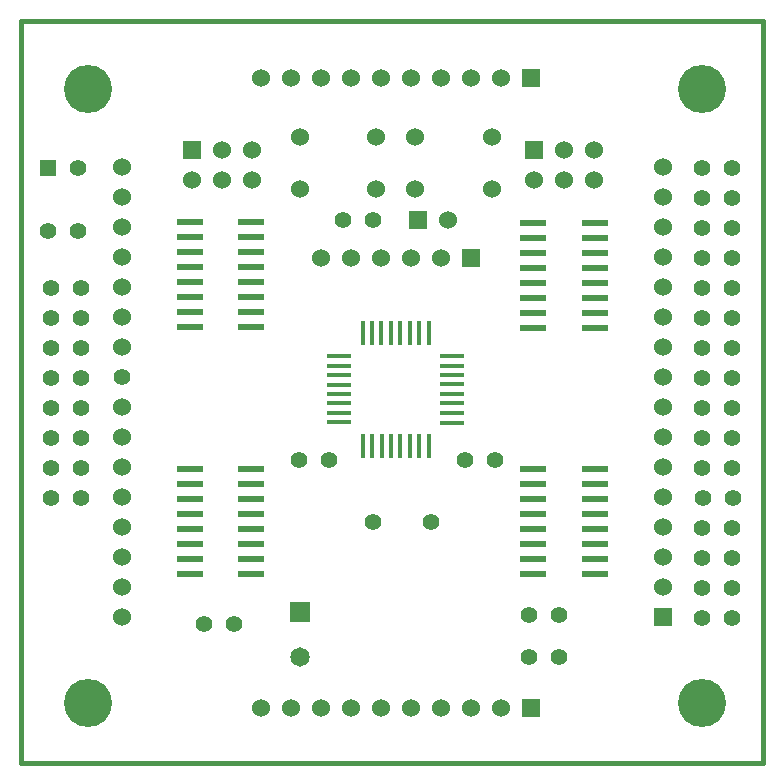
<source format=gts>
G04 (created by PCBNEW (2013-01-24 BZR 3921)-testing) date Fri 25 Jan 2013 03:38:43 AM CET*
%MOIN*%
G04 Gerber Fmt 3.4, Leading zero omitted, Abs format*
%FSLAX34Y34*%
G01*
G70*
G90*
G04 APERTURE LIST*
%ADD10C,0.00787402*%
%ADD11C,0.015*%
%ADD12C,0.055*%
%ADD13R,0.06X0.06*%
%ADD14C,0.06*%
%ADD15R,0.065X0.065*%
%ADD16C,0.065*%
%ADD17R,0.055X0.055*%
%ADD18C,0.16*%
%ADD19R,0.0866X0.0236*%
%ADD20R,0.0787X0.0177*%
%ADD21R,0.0177X0.0787*%
G04 APERTURE END LIST*
G54D10*
G54D11*
X41700Y-21900D02*
X66450Y-21900D01*
X41700Y-46650D02*
X41700Y-21900D01*
X66450Y-46650D02*
X41700Y-46650D01*
X66450Y-21900D02*
X66450Y-46650D01*
G54D12*
X55365Y-38600D03*
X53435Y-38600D03*
G54D13*
X47400Y-26200D03*
G54D14*
X47400Y-27200D03*
X48400Y-26200D03*
X48400Y-27200D03*
X49400Y-26200D03*
X49400Y-27200D03*
G54D13*
X58800Y-26200D03*
G54D14*
X58800Y-27200D03*
X59800Y-26200D03*
X59800Y-27200D03*
X60800Y-26200D03*
X60800Y-27200D03*
G54D12*
X53450Y-28550D03*
X52450Y-28550D03*
X56500Y-36550D03*
X57500Y-36550D03*
X50972Y-36542D03*
X51972Y-36542D03*
G54D15*
X50986Y-41609D03*
G54D16*
X50986Y-43109D03*
G54D12*
X47800Y-42000D03*
X48800Y-42000D03*
G54D17*
X42600Y-26800D03*
G54D12*
X43600Y-26800D03*
X64400Y-34800D03*
X65400Y-34800D03*
X64400Y-35800D03*
X65400Y-35800D03*
X64400Y-36800D03*
X65400Y-36800D03*
X64450Y-37800D03*
X65450Y-37800D03*
X64400Y-38800D03*
X65400Y-38800D03*
X64400Y-39800D03*
X65400Y-39800D03*
X64400Y-40800D03*
X65400Y-40800D03*
X64400Y-41800D03*
X65400Y-41800D03*
X43700Y-30800D03*
X42700Y-30800D03*
X43700Y-31800D03*
X42700Y-31800D03*
X43700Y-32800D03*
X42700Y-32800D03*
X43700Y-33800D03*
X42700Y-33800D03*
X43700Y-34800D03*
X42700Y-34800D03*
X43700Y-35800D03*
X42700Y-35800D03*
X43700Y-36800D03*
X42700Y-36800D03*
X43700Y-37800D03*
X42700Y-37800D03*
X64400Y-26800D03*
X65400Y-26800D03*
X64400Y-27800D03*
X65400Y-27800D03*
X64400Y-28800D03*
X65400Y-28800D03*
X64400Y-29800D03*
X65400Y-29800D03*
X64400Y-30800D03*
X65400Y-30800D03*
X64400Y-31800D03*
X65400Y-31800D03*
X64400Y-32800D03*
X65400Y-32800D03*
X64400Y-33800D03*
X65400Y-33800D03*
X42600Y-28900D03*
X43600Y-28900D03*
X58650Y-41700D03*
X59650Y-41700D03*
G54D18*
X43924Y-24186D03*
X43924Y-44658D03*
X64397Y-24186D03*
X64397Y-44658D03*
G54D12*
X58650Y-43100D03*
X59650Y-43100D03*
G54D14*
X45080Y-26784D03*
X45080Y-27784D03*
X45080Y-28784D03*
X45080Y-29784D03*
X45080Y-30784D03*
X45080Y-31784D03*
X45080Y-32784D03*
X45080Y-34784D03*
X45080Y-35784D03*
X45080Y-36784D03*
X45080Y-37784D03*
X45080Y-38784D03*
X45080Y-39784D03*
X45080Y-40784D03*
X45080Y-41784D03*
X63100Y-26780D03*
X63100Y-27780D03*
X63100Y-28780D03*
X63100Y-29780D03*
X63100Y-30780D03*
X63100Y-31780D03*
X63100Y-32780D03*
X63100Y-33780D03*
X63100Y-34780D03*
X63100Y-35780D03*
X63100Y-36780D03*
X63100Y-37780D03*
X63100Y-38780D03*
X63100Y-39780D03*
X63100Y-40780D03*
G54D13*
X63100Y-41780D03*
G54D12*
X45080Y-33784D03*
G54D19*
X60823Y-32150D03*
X60823Y-31650D03*
X60823Y-31150D03*
X60823Y-30650D03*
X60823Y-30150D03*
X60823Y-29650D03*
X60823Y-29150D03*
X60823Y-28650D03*
X58777Y-28650D03*
X58777Y-29150D03*
X58777Y-29650D03*
X58777Y-30150D03*
X58777Y-30650D03*
X58777Y-31150D03*
X58777Y-31650D03*
X58777Y-32150D03*
X60823Y-40350D03*
X60823Y-39850D03*
X60823Y-39350D03*
X60823Y-38850D03*
X60823Y-38350D03*
X60823Y-37850D03*
X60823Y-37350D03*
X60823Y-36850D03*
X58777Y-36850D03*
X58777Y-37350D03*
X58777Y-37850D03*
X58777Y-38350D03*
X58777Y-38850D03*
X58777Y-39350D03*
X58777Y-39850D03*
X58777Y-40350D03*
X47327Y-28600D03*
X47327Y-29100D03*
X47327Y-29600D03*
X47327Y-30100D03*
X47327Y-30600D03*
X47327Y-31100D03*
X47327Y-31600D03*
X47327Y-32100D03*
X49373Y-32100D03*
X49373Y-31600D03*
X49373Y-31100D03*
X49373Y-30600D03*
X49373Y-30100D03*
X49373Y-29600D03*
X49373Y-29100D03*
X49373Y-28600D03*
X49373Y-40350D03*
X49373Y-39850D03*
X49373Y-39350D03*
X49373Y-38850D03*
X49373Y-38350D03*
X49373Y-37850D03*
X49373Y-37350D03*
X49373Y-36850D03*
X47327Y-36850D03*
X47327Y-37350D03*
X47327Y-37850D03*
X47327Y-38350D03*
X47327Y-38850D03*
X47327Y-39350D03*
X47327Y-39850D03*
X47327Y-40350D03*
G54D20*
X52304Y-35293D03*
X52304Y-34978D03*
X52304Y-34663D03*
X52304Y-34348D03*
X52304Y-34033D03*
X52304Y-33718D03*
X52304Y-33403D03*
X52304Y-33088D03*
X56070Y-33090D03*
X56070Y-35300D03*
X56070Y-34980D03*
X56070Y-34660D03*
X56070Y-34350D03*
X56070Y-34030D03*
X56070Y-33720D03*
X56070Y-33400D03*
G54D21*
X53088Y-32300D03*
X53402Y-32300D03*
X53718Y-32300D03*
X54032Y-32300D03*
X54348Y-32300D03*
X54662Y-32300D03*
X54978Y-32300D03*
X55292Y-32300D03*
X53090Y-36080D03*
X53400Y-36080D03*
X53720Y-36080D03*
X54030Y-36080D03*
X54340Y-36080D03*
X54660Y-36080D03*
X54980Y-36080D03*
X55300Y-36080D03*
G54D14*
X53550Y-25775D03*
X51000Y-25775D03*
X53550Y-27525D03*
X51000Y-27525D03*
X57400Y-25775D03*
X54850Y-25775D03*
X57400Y-27525D03*
X54850Y-27525D03*
G54D13*
X58700Y-23800D03*
G54D14*
X57700Y-23800D03*
X56700Y-23800D03*
X55700Y-23800D03*
X54700Y-23800D03*
X53700Y-23800D03*
X52700Y-23800D03*
X51700Y-23800D03*
X50700Y-23800D03*
X49700Y-23800D03*
G54D13*
X58700Y-44800D03*
G54D14*
X57700Y-44800D03*
X56700Y-44800D03*
X55700Y-44800D03*
X54700Y-44800D03*
X53700Y-44800D03*
X52700Y-44800D03*
X51700Y-44800D03*
X50700Y-44800D03*
X49700Y-44800D03*
G54D13*
X56700Y-29800D03*
G54D14*
X55700Y-29800D03*
X54700Y-29800D03*
X53700Y-29800D03*
X52700Y-29800D03*
X51700Y-29800D03*
G54D13*
X54950Y-28550D03*
G54D14*
X55950Y-28550D03*
M02*

</source>
